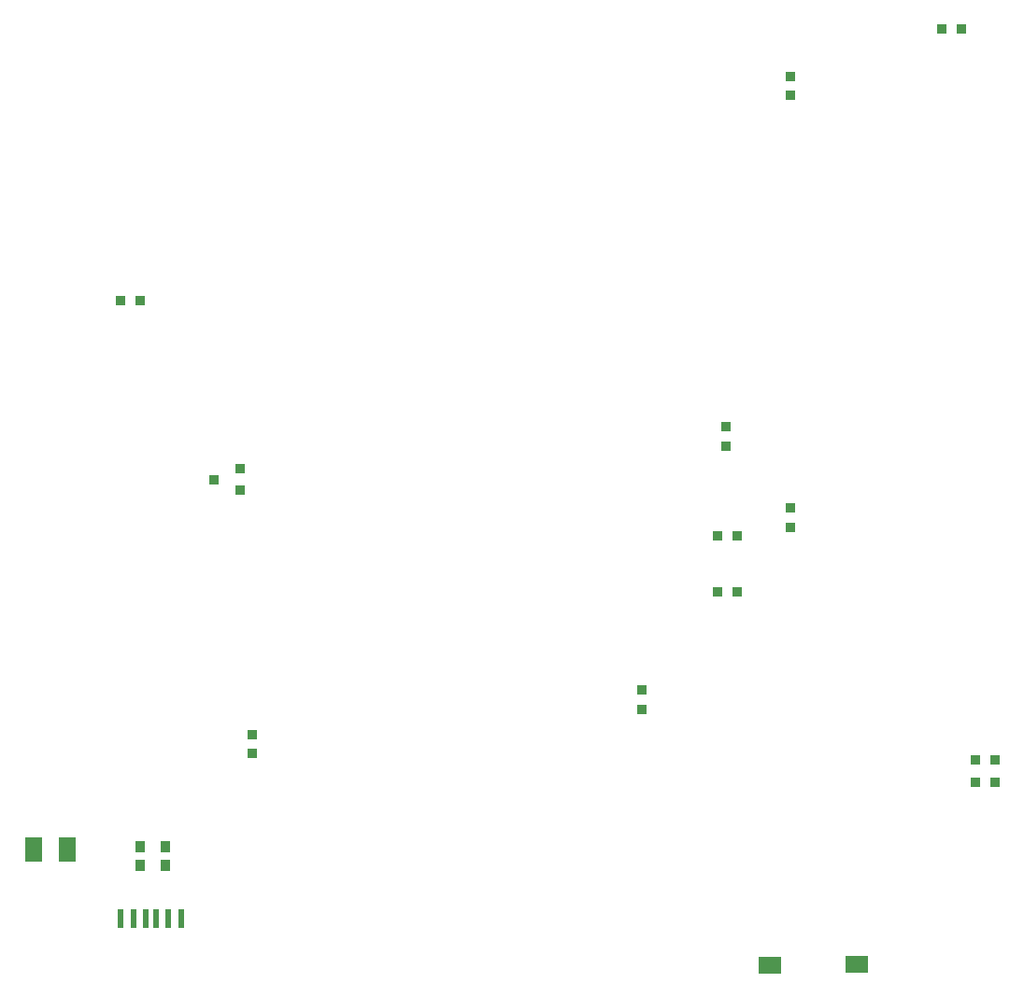
<source format=gtp>
G04*
G04 #@! TF.GenerationSoftware,Altium Limited,Altium Designer,21.2.1 (34)*
G04*
G04 Layer_Color=8421504*
%FSLAX25Y25*%
%MOIN*%
G70*
G04*
G04 #@! TF.SameCoordinates,F9D7F3A8-4154-4F6A-AE32-A65E76AD83D7*
G04*
G04*
G04 #@! TF.FilePolarity,Positive*
G04*
G01*
G75*
%ADD21R,0.03800X0.03500*%
%ADD22R,0.03500X0.03800*%
%ADD23R,0.02362X0.07087*%
%ADD24R,0.01968X0.07087*%
%ADD25R,0.03347X0.03937*%
%ADD26R,0.06299X0.09055*%
%ADD27R,0.07874X0.05906*%
%ADD28R,0.03740X0.03740*%
D21*
X273000Y158000D02*
D03*
X279900D02*
D03*
X273100Y138000D02*
D03*
X280000D02*
D03*
X359900Y339000D02*
D03*
X353000D02*
D03*
X60000Y242000D02*
D03*
X66900D02*
D03*
X371900Y78000D02*
D03*
X365000D02*
D03*
X371900Y70000D02*
D03*
X365000D02*
D03*
D22*
X299000Y167900D02*
D03*
Y161000D02*
D03*
X107000Y80100D02*
D03*
Y87000D02*
D03*
X299000Y315100D02*
D03*
Y322000D02*
D03*
X276000Y196900D02*
D03*
Y190000D02*
D03*
X246000Y96000D02*
D03*
Y102900D02*
D03*
D23*
X81700Y21260D02*
D03*
X76897D02*
D03*
X64850D02*
D03*
X60047D02*
D03*
D24*
X72842D02*
D03*
X68905D02*
D03*
D25*
X76000Y40126D02*
D03*
Y46874D02*
D03*
X67000Y40252D02*
D03*
Y47000D02*
D03*
D26*
X41102Y46000D02*
D03*
X28898D02*
D03*
D27*
X322818Y4703D02*
D03*
X291586Y4624D02*
D03*
D28*
X93374Y178000D02*
D03*
X102626Y181740D02*
D03*
X102626Y174260D02*
D03*
M02*

</source>
